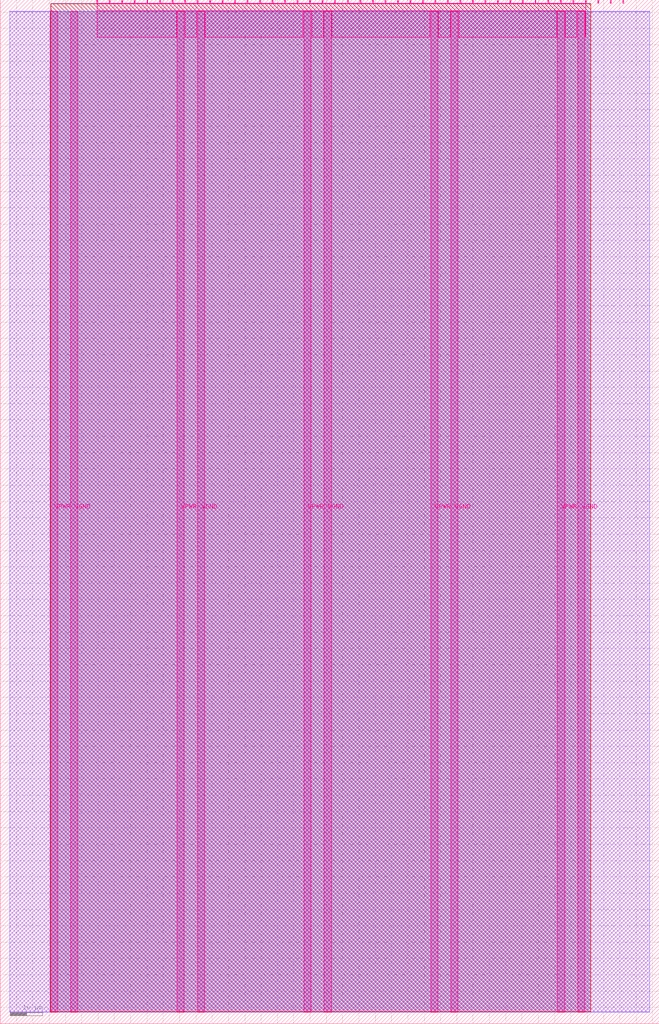
<source format=lef>
VERSION 5.7 ;
  NOWIREEXTENSIONATPIN ON ;
  DIVIDERCHAR "/" ;
  BUSBITCHARS "[]" ;
MACRO tt_um_asgerwenneb
  CLASS BLOCK ;
  FOREIGN tt_um_asgerwenneb ;
  ORIGIN 0.000 0.000 ;
  SIZE 202.080 BY 313.740 ;
  PIN VGND
    DIRECTION INOUT ;
    USE GROUND ;
    PORT
      LAYER Metal5 ;
        RECT 21.580 3.560 23.780 310.180 ;
    END
    PORT
      LAYER Metal5 ;
        RECT 60.450 3.560 62.650 310.180 ;
    END
    PORT
      LAYER Metal5 ;
        RECT 99.320 3.560 101.520 310.180 ;
    END
    PORT
      LAYER Metal5 ;
        RECT 138.190 3.560 140.390 310.180 ;
    END
    PORT
      LAYER Metal5 ;
        RECT 177.060 3.560 179.260 310.180 ;
    END
  END VGND
  PIN VPWR
    DIRECTION INOUT ;
    USE POWER ;
    PORT
      LAYER Metal5 ;
        RECT 15.380 3.560 17.580 310.180 ;
    END
    PORT
      LAYER Metal5 ;
        RECT 54.250 3.560 56.450 310.180 ;
    END
    PORT
      LAYER Metal5 ;
        RECT 93.120 3.560 95.320 310.180 ;
    END
    PORT
      LAYER Metal5 ;
        RECT 131.990 3.560 134.190 310.180 ;
    END
    PORT
      LAYER Metal5 ;
        RECT 170.860 3.560 173.060 310.180 ;
    END
  END VPWR
  PIN clk
    DIRECTION INPUT ;
    USE SIGNAL ;
    PORT
      LAYER Metal5 ;
        RECT 187.050 312.740 187.350 313.740 ;
    END
  END clk
  PIN ena
    DIRECTION INPUT ;
    USE SIGNAL ;
    PORT
      LAYER Metal5 ;
        RECT 190.890 312.740 191.190 313.740 ;
    END
  END ena
  PIN rst_n
    DIRECTION INPUT ;
    USE SIGNAL ;
    PORT
      LAYER Metal5 ;
        RECT 183.210 312.740 183.510 313.740 ;
    END
  END rst_n
  PIN ui_in[0]
    DIRECTION INPUT ;
    USE SIGNAL ;
    ANTENNAGATEAREA 0.180700 ;
    PORT
      LAYER Metal5 ;
        RECT 179.370 312.740 179.670 313.740 ;
    END
  END ui_in[0]
  PIN ui_in[1]
    DIRECTION INPUT ;
    USE SIGNAL ;
    ANTENNAGATEAREA 0.180700 ;
    PORT
      LAYER Metal5 ;
        RECT 175.530 312.740 175.830 313.740 ;
    END
  END ui_in[1]
  PIN ui_in[2]
    DIRECTION INPUT ;
    USE SIGNAL ;
    ANTENNAGATEAREA 0.180700 ;
    PORT
      LAYER Metal5 ;
        RECT 171.690 312.740 171.990 313.740 ;
    END
  END ui_in[2]
  PIN ui_in[3]
    DIRECTION INPUT ;
    USE SIGNAL ;
    ANTENNAGATEAREA 0.180700 ;
    PORT
      LAYER Metal5 ;
        RECT 167.850 312.740 168.150 313.740 ;
    END
  END ui_in[3]
  PIN ui_in[4]
    DIRECTION INPUT ;
    USE SIGNAL ;
    ANTENNAGATEAREA 0.180700 ;
    PORT
      LAYER Metal5 ;
        RECT 164.010 312.740 164.310 313.740 ;
    END
  END ui_in[4]
  PIN ui_in[5]
    DIRECTION INPUT ;
    USE SIGNAL ;
    ANTENNAGATEAREA 0.180700 ;
    PORT
      LAYER Metal5 ;
        RECT 160.170 312.740 160.470 313.740 ;
    END
  END ui_in[5]
  PIN ui_in[6]
    DIRECTION INPUT ;
    USE SIGNAL ;
    ANTENNAGATEAREA 0.180700 ;
    PORT
      LAYER Metal5 ;
        RECT 156.330 312.740 156.630 313.740 ;
    END
  END ui_in[6]
  PIN ui_in[7]
    DIRECTION INPUT ;
    USE SIGNAL ;
    ANTENNAGATEAREA 0.180700 ;
    PORT
      LAYER Metal5 ;
        RECT 152.490 312.740 152.790 313.740 ;
    END
  END ui_in[7]
  PIN uio_in[0]
    DIRECTION INPUT ;
    USE SIGNAL ;
    ANTENNAGATEAREA 0.180700 ;
    PORT
      LAYER Metal5 ;
        RECT 148.650 312.740 148.950 313.740 ;
    END
  END uio_in[0]
  PIN uio_in[1]
    DIRECTION INPUT ;
    USE SIGNAL ;
    ANTENNAGATEAREA 0.180700 ;
    PORT
      LAYER Metal5 ;
        RECT 144.810 312.740 145.110 313.740 ;
    END
  END uio_in[1]
  PIN uio_in[2]
    DIRECTION INPUT ;
    USE SIGNAL ;
    ANTENNAGATEAREA 0.180700 ;
    PORT
      LAYER Metal5 ;
        RECT 140.970 312.740 141.270 313.740 ;
    END
  END uio_in[2]
  PIN uio_in[3]
    DIRECTION INPUT ;
    USE SIGNAL ;
    ANTENNAGATEAREA 0.180700 ;
    PORT
      LAYER Metal5 ;
        RECT 137.130 312.740 137.430 313.740 ;
    END
  END uio_in[3]
  PIN uio_in[4]
    DIRECTION INPUT ;
    USE SIGNAL ;
    ANTENNAGATEAREA 0.180700 ;
    PORT
      LAYER Metal5 ;
        RECT 133.290 312.740 133.590 313.740 ;
    END
  END uio_in[4]
  PIN uio_in[5]
    DIRECTION INPUT ;
    USE SIGNAL ;
    ANTENNAGATEAREA 0.180700 ;
    PORT
      LAYER Metal5 ;
        RECT 129.450 312.740 129.750 313.740 ;
    END
  END uio_in[5]
  PIN uio_in[6]
    DIRECTION INPUT ;
    USE SIGNAL ;
    ANTENNAGATEAREA 0.180700 ;
    PORT
      LAYER Metal5 ;
        RECT 125.610 312.740 125.910 313.740 ;
    END
  END uio_in[6]
  PIN uio_in[7]
    DIRECTION INPUT ;
    USE SIGNAL ;
    ANTENNAGATEAREA 0.180700 ;
    PORT
      LAYER Metal5 ;
        RECT 121.770 312.740 122.070 313.740 ;
    END
  END uio_in[7]
  PIN uio_oe[0]
    DIRECTION OUTPUT ;
    USE SIGNAL ;
    ANTENNADIFFAREA 0.299200 ;
    PORT
      LAYER Metal5 ;
        RECT 56.490 312.740 56.790 313.740 ;
    END
  END uio_oe[0]
  PIN uio_oe[1]
    DIRECTION OUTPUT ;
    USE SIGNAL ;
    ANTENNADIFFAREA 0.299200 ;
    PORT
      LAYER Metal5 ;
        RECT 52.650 312.740 52.950 313.740 ;
    END
  END uio_oe[1]
  PIN uio_oe[2]
    DIRECTION OUTPUT ;
    USE SIGNAL ;
    ANTENNADIFFAREA 0.299200 ;
    PORT
      LAYER Metal5 ;
        RECT 48.810 312.740 49.110 313.740 ;
    END
  END uio_oe[2]
  PIN uio_oe[3]
    DIRECTION OUTPUT ;
    USE SIGNAL ;
    ANTENNADIFFAREA 0.299200 ;
    PORT
      LAYER Metal5 ;
        RECT 44.970 312.740 45.270 313.740 ;
    END
  END uio_oe[3]
  PIN uio_oe[4]
    DIRECTION OUTPUT ;
    USE SIGNAL ;
    ANTENNADIFFAREA 0.299200 ;
    PORT
      LAYER Metal5 ;
        RECT 41.130 312.740 41.430 313.740 ;
    END
  END uio_oe[4]
  PIN uio_oe[5]
    DIRECTION OUTPUT ;
    USE SIGNAL ;
    ANTENNADIFFAREA 0.299200 ;
    PORT
      LAYER Metal5 ;
        RECT 37.290 312.740 37.590 313.740 ;
    END
  END uio_oe[5]
  PIN uio_oe[6]
    DIRECTION OUTPUT ;
    USE SIGNAL ;
    ANTENNADIFFAREA 0.299200 ;
    PORT
      LAYER Metal5 ;
        RECT 33.450 312.740 33.750 313.740 ;
    END
  END uio_oe[6]
  PIN uio_oe[7]
    DIRECTION OUTPUT ;
    USE SIGNAL ;
    ANTENNADIFFAREA 0.299200 ;
    PORT
      LAYER Metal5 ;
        RECT 29.610 312.740 29.910 313.740 ;
    END
  END uio_oe[7]
  PIN uio_out[0]
    DIRECTION OUTPUT ;
    USE SIGNAL ;
    ANTENNADIFFAREA 0.299200 ;
    PORT
      LAYER Metal5 ;
        RECT 87.210 312.740 87.510 313.740 ;
    END
  END uio_out[0]
  PIN uio_out[1]
    DIRECTION OUTPUT ;
    USE SIGNAL ;
    ANTENNADIFFAREA 0.299200 ;
    PORT
      LAYER Metal5 ;
        RECT 83.370 312.740 83.670 313.740 ;
    END
  END uio_out[1]
  PIN uio_out[2]
    DIRECTION OUTPUT ;
    USE SIGNAL ;
    ANTENNADIFFAREA 0.299200 ;
    PORT
      LAYER Metal5 ;
        RECT 79.530 312.740 79.830 313.740 ;
    END
  END uio_out[2]
  PIN uio_out[3]
    DIRECTION OUTPUT ;
    USE SIGNAL ;
    ANTENNADIFFAREA 0.299200 ;
    PORT
      LAYER Metal5 ;
        RECT 75.690 312.740 75.990 313.740 ;
    END
  END uio_out[3]
  PIN uio_out[4]
    DIRECTION OUTPUT ;
    USE SIGNAL ;
    ANTENNADIFFAREA 0.299200 ;
    PORT
      LAYER Metal5 ;
        RECT 71.850 312.740 72.150 313.740 ;
    END
  END uio_out[4]
  PIN uio_out[5]
    DIRECTION OUTPUT ;
    USE SIGNAL ;
    ANTENNADIFFAREA 0.299200 ;
    PORT
      LAYER Metal5 ;
        RECT 68.010 312.740 68.310 313.740 ;
    END
  END uio_out[5]
  PIN uio_out[6]
    DIRECTION OUTPUT ;
    USE SIGNAL ;
    ANTENNADIFFAREA 0.299200 ;
    PORT
      LAYER Metal5 ;
        RECT 64.170 312.740 64.470 313.740 ;
    END
  END uio_out[6]
  PIN uio_out[7]
    DIRECTION OUTPUT ;
    USE SIGNAL ;
    ANTENNADIFFAREA 0.299200 ;
    PORT
      LAYER Metal5 ;
        RECT 60.330 312.740 60.630 313.740 ;
    END
  END uio_out[7]
  PIN uo_out[0]
    DIRECTION OUTPUT ;
    USE SIGNAL ;
    ANTENNADIFFAREA 0.706400 ;
    PORT
      LAYER Metal5 ;
        RECT 117.930 312.740 118.230 313.740 ;
    END
  END uo_out[0]
  PIN uo_out[1]
    DIRECTION OUTPUT ;
    USE SIGNAL ;
    ANTENNADIFFAREA 0.706400 ;
    PORT
      LAYER Metal5 ;
        RECT 114.090 312.740 114.390 313.740 ;
    END
  END uo_out[1]
  PIN uo_out[2]
    DIRECTION OUTPUT ;
    USE SIGNAL ;
    ANTENNADIFFAREA 0.706400 ;
    PORT
      LAYER Metal5 ;
        RECT 110.250 312.740 110.550 313.740 ;
    END
  END uo_out[2]
  PIN uo_out[3]
    DIRECTION OUTPUT ;
    USE SIGNAL ;
    ANTENNADIFFAREA 0.733200 ;
    PORT
      LAYER Metal5 ;
        RECT 106.410 312.740 106.710 313.740 ;
    END
  END uo_out[3]
  PIN uo_out[4]
    DIRECTION OUTPUT ;
    USE SIGNAL ;
    ANTENNADIFFAREA 0.733200 ;
    PORT
      LAYER Metal5 ;
        RECT 102.570 312.740 102.870 313.740 ;
    END
  END uo_out[4]
  PIN uo_out[5]
    DIRECTION OUTPUT ;
    USE SIGNAL ;
    ANTENNADIFFAREA 0.733200 ;
    PORT
      LAYER Metal5 ;
        RECT 98.730 312.740 99.030 313.740 ;
    END
  END uo_out[5]
  PIN uo_out[6]
    DIRECTION OUTPUT ;
    USE SIGNAL ;
    ANTENNADIFFAREA 0.733200 ;
    PORT
      LAYER Metal5 ;
        RECT 94.890 312.740 95.190 313.740 ;
    END
  END uo_out[6]
  PIN uo_out[7]
    DIRECTION OUTPUT ;
    USE SIGNAL ;
    ANTENNADIFFAREA 0.733200 ;
    PORT
      LAYER Metal5 ;
        RECT 91.050 312.740 91.350 313.740 ;
    END
  END uo_out[7]
  OBS
      LAYER GatPoly ;
        RECT 2.880 3.630 199.200 310.110 ;
      LAYER Metal1 ;
        RECT 2.880 3.560 199.200 310.180 ;
      LAYER Metal2 ;
        RECT 15.515 3.680 181.105 310.060 ;
      LAYER Metal3 ;
        RECT 15.560 3.635 181.060 312.625 ;
      LAYER Metal4 ;
        RECT 15.515 3.680 181.105 312.580 ;
      LAYER Metal5 ;
        RECT 30.120 312.530 33.240 312.740 ;
        RECT 33.960 312.530 37.080 312.740 ;
        RECT 37.800 312.530 40.920 312.740 ;
        RECT 41.640 312.530 44.760 312.740 ;
        RECT 45.480 312.530 48.600 312.740 ;
        RECT 49.320 312.530 52.440 312.740 ;
        RECT 53.160 312.530 56.280 312.740 ;
        RECT 57.000 312.530 60.120 312.740 ;
        RECT 60.840 312.530 63.960 312.740 ;
        RECT 64.680 312.530 67.800 312.740 ;
        RECT 68.520 312.530 71.640 312.740 ;
        RECT 72.360 312.530 75.480 312.740 ;
        RECT 76.200 312.530 79.320 312.740 ;
        RECT 80.040 312.530 83.160 312.740 ;
        RECT 83.880 312.530 87.000 312.740 ;
        RECT 87.720 312.530 90.840 312.740 ;
        RECT 91.560 312.530 94.680 312.740 ;
        RECT 95.400 312.530 98.520 312.740 ;
        RECT 99.240 312.530 102.360 312.740 ;
        RECT 103.080 312.530 106.200 312.740 ;
        RECT 106.920 312.530 110.040 312.740 ;
        RECT 110.760 312.530 113.880 312.740 ;
        RECT 114.600 312.530 117.720 312.740 ;
        RECT 118.440 312.530 121.560 312.740 ;
        RECT 122.280 312.530 125.400 312.740 ;
        RECT 126.120 312.530 129.240 312.740 ;
        RECT 129.960 312.530 133.080 312.740 ;
        RECT 133.800 312.530 136.920 312.740 ;
        RECT 137.640 312.530 140.760 312.740 ;
        RECT 141.480 312.530 144.600 312.740 ;
        RECT 145.320 312.530 148.440 312.740 ;
        RECT 149.160 312.530 152.280 312.740 ;
        RECT 153.000 312.530 156.120 312.740 ;
        RECT 156.840 312.530 159.960 312.740 ;
        RECT 160.680 312.530 163.800 312.740 ;
        RECT 164.520 312.530 167.640 312.740 ;
        RECT 168.360 312.530 171.480 312.740 ;
        RECT 172.200 312.530 175.320 312.740 ;
        RECT 176.040 312.530 179.160 312.740 ;
        RECT 29.660 310.390 179.620 312.530 ;
        RECT 29.660 302.255 54.040 310.390 ;
        RECT 56.660 302.255 60.240 310.390 ;
        RECT 62.860 302.255 92.910 310.390 ;
        RECT 95.530 302.255 99.110 310.390 ;
        RECT 101.730 302.255 131.780 310.390 ;
        RECT 134.400 302.255 137.980 310.390 ;
        RECT 140.600 302.255 170.650 310.390 ;
        RECT 173.270 302.255 176.850 310.390 ;
        RECT 179.470 302.255 179.620 310.390 ;
  END
END tt_um_asgerwenneb
END LIBRARY


</source>
